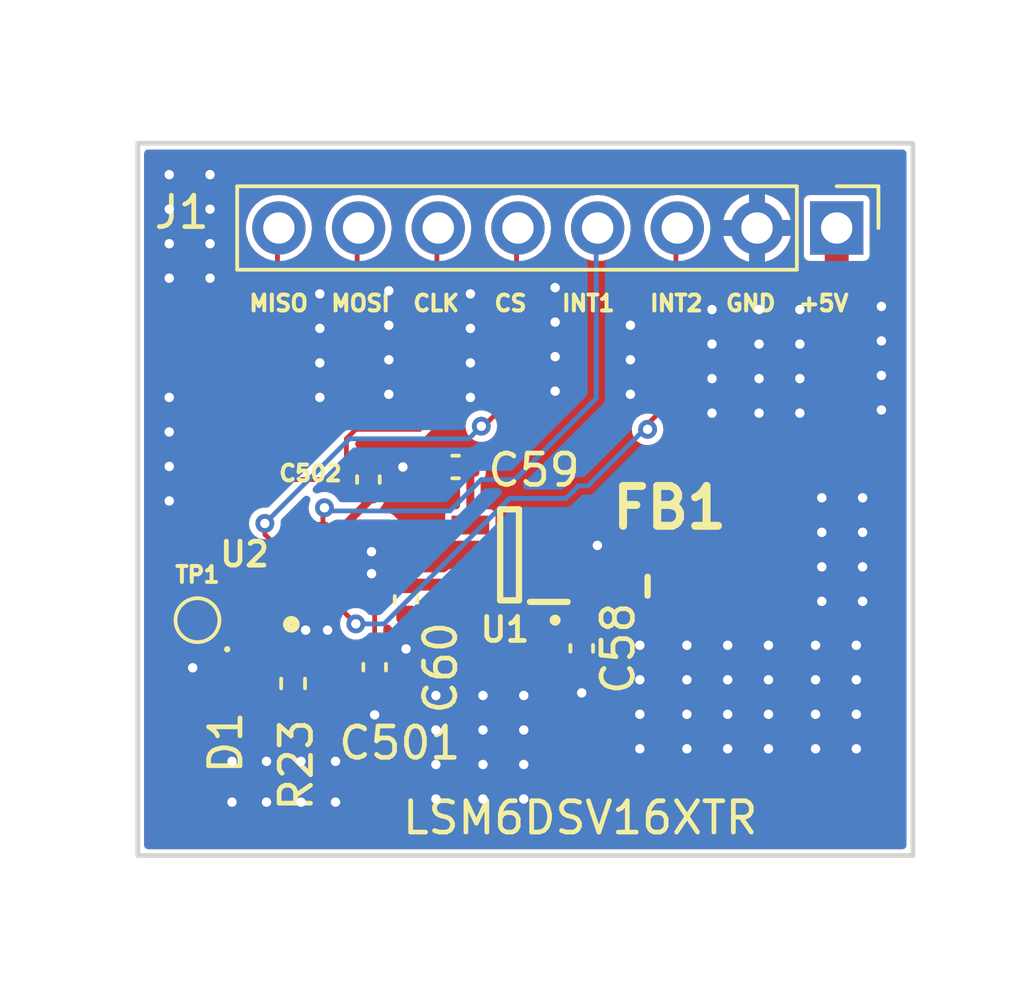
<source format=kicad_pcb>
(kicad_pcb (version 20211014) (generator pcbnew)
  (layers (0 "F.Cu" signal) (31 "B.Cu" signal) (35 "F.Paste" user) (37 "F.SilkS" user "F.Silkscreen") (39 "F.Mask" user) (44 "Edge.Cuts" user))
  (net 0 "")
  (net 1 "GND")
  (net 2 "+3V3")
  (net 3 "+5V")
  (net 4 "Net-(C59-Pad1)")
  (net 5 "IMU_INT2")
  (net 6 "IMU_INT1")
  (net 7 "LPSPI2_MISO")
  (net 8 "LPSPI2_MOSI")
  (net 9 "LPSPI2_CLK")
  (net 10 "LPSPI2_CS")
  (net 13 "/POWER/Vf")
  (net 14 "Net-(D1-Pad2)")
  (footprint "Connector_PinHeader_2.54mm:PinHeader_1x08_P2.54mm_Vertical" (layer "F.Cu") (at 142.03258 81.38382 -90)
    (fp_text reference "J1" (at -0.5 20.875 180) (layer "F.SilkS"))
    (fp_text value "Conn_01x08_Male" hide)
    (fp_line (start -1.33 1.27) (end -1.33 19.11) (layer "F.SilkS") (width 0.12))
    (fp_line (start -1.33 1.27) (end 1.33 1.27) (layer "F.SilkS") (width 0.12))
    (fp_line (start -1.33 0) (end -1.33 -1.33) (layer "F.SilkS") (width 0.12))
    (fp_line (start -1.33 19.11) (end 1.33 19.11) (layer "F.SilkS") (width 0.12))
    (fp_line (start -1.33 -1.33) (end 0 -1.33) (layer "F.SilkS") (width 0.12))
    (fp_line (start 1.33 1.27) (end 1.33 19.11) (layer "F.SilkS") (width 0.12))
    (pad "1" thru_hole rect (at 0 0 270) (size 1.7 1.7) (drill 1) (layers *.Cu *.Mask) (net 3 "+5V"))
    (pad "2" thru_hole oval (at 0 2.54 270) (size 1.7 1.7) (drill 1) (layers *.Cu *.Mask) (net 1 "GND"))
    (pad "3" thru_hole oval (at 0 5.08 270) (size 1.7 1.7) (drill 1) (layers *.Cu *.Mask) (net 6 "IMU_INT1"))
    (pad "4" thru_hole oval (at 0 7.62 270) (size 1.7 1.7) (drill 1) (layers *.Cu *.Mask) (net 5 "IMU_INT2"))
    (pad "5" thru_hole oval (at 0 10.16 270) (size 1.7 1.7) (drill 1) (layers *.Cu *.Mask) (net 10 "LPSPI2_CS"))
    (pad "6" thru_hole oval (at 0 12.7 270) (size 1.7 1.7) (drill 1) (layers *.Cu *.Mask) (net 9 "LPSPI2_CLK"))
    (pad "7" thru_hole oval (at 0 15.24 270) (size 1.7 1.7) (drill 1) (layers *.Cu *.Mask) (net 8 "LPSPI2_MOSI"))
    (pad "8" thru_hole oval (at 0 17.78 270) (size 1.7 1.7) (drill 1) (layers *.Cu *.Mask) (net 7 "LPSPI2_MISO"))
  )
  (footprint "Fiducial:Fiducial_0.75mm_Mask1.5mm" (layer "F.Cu") (at 142.05758 99.48382)
    (fp_text reference "FID1" hide)
    (fp_text value "Fiducial")
    (pad "" smd circle (at 0 0) (size 0.75 0.75) (layers "F.Cu" "F.Mask") (clearance 0.375))
  )
  (footprint "Capacitor_SMD:C_0402_1005Metric" (layer "F.Cu") (at 133.905078 94.781321 -90)
    (fp_text reference "C58" (at 0 -1.16 90) (layer "F.SilkS"))
    (fp_text value "1u")
    (fp_line (start -0.107836 0.36) (end 0.107836 0.36) (layer "F.SilkS") (width 0.12))
    (fp_line (start -0.107836 -0.36) (end 0.107836 -0.36) (layer "F.SilkS") (width 0.12))
    (pad "1" smd roundrect (at -0.48 0 270) (size 0.56 0.62) (layers "F.Cu" "F.Paste" "F.Mask") (net 13 "/POWER/Vf"))
    (pad "2" smd roundrect (at 0.48 0 270) (size 0.56 0.62) (layers "F.Cu" "F.Paste" "F.Mask") (net 1 "GND"))
  )
  (footprint "Capacitor_SMD:C_0402_1005Metric" (layer "F.Cu") (at 128.305078 93.221321 -90)
    (fp_text reference "C60" (at 2.18 -1.1 90) (layer "F.SilkS"))
    (fp_text value "1u")
    (fp_line (start -0.107836 -0.36) (end 0.107836 -0.36) (layer "F.SilkS") (width 0.12))
    (fp_line (start -0.107836 0.36) (end 0.107836 0.36) (layer "F.SilkS") (width 0.12))
    (pad "1" smd roundrect (at -0.48 0 270) (size 0.56 0.62) (layers "F.Cu" "F.Paste" "F.Mask") (net 2 "+3V3"))
    (pad "2" smd roundrect (at 0.48 0 270) (size 0.56 0.62) (layers "F.Cu" "F.Paste" "F.Mask") (net 1 "GND"))
  )
  (footprint "Capacitor_SMD:C_0402_1005Metric" (layer "F.Cu") (at 127.105078 89.401321 90)
    (fp_text reference "C502" (at 0.200001 -1.847498 180) (layer "F.SilkS") (effects (font (size 0.508 0.508) (thickness 0.127))))
    (fp_text value "0u1")
    (fp_line (start -0.107836 -0.36) (end 0.107836 -0.36) (layer "F.SilkS") (width 0.12))
    (fp_line (start -0.107836 0.36) (end 0.107836 0.36) (layer "F.SilkS") (width 0.12))
    (pad "1" smd roundrect (at -0.48 0 90) (size 0.56 0.62) (layers "F.Cu" "F.Paste" "F.Mask") (net 2 "+3V3"))
    (pad "2" smd roundrect (at 0.48 0 90) (size 0.56 0.62) (layers "F.Cu" "F.Paste" "F.Mask") (net 1 "GND"))
  )
  (footprint "1024 Library:SOT95P280X145-5N" (layer "F.Cu") (at 131.605078 91.801321 180)
    (fp_text reference "U1" (at 0.147498 -2.382499) (layer "F.SilkS") (effects (font (size 0.762 0.762) (thickness 0.1524))))
    (fp_text value "MIC5219-3.3YM5-TR" hide)
    (fp_line (start 0.3 -1.45) (end 0.3 1.45) (layer "F.SilkS") (width 0.2))
    (fp_line (start -1.85 -1.5) (end -0.65 -1.5) (layer "F.SilkS") (width 0.2))
    (fp_line (start -0.3 -1.45) (end 0.3 -1.45) (layer "F.SilkS") (width 0.2))
    (fp_line (start -0.3 1.45) (end -0.3 -1.45) (layer "F.SilkS") (width 0.2))
    (fp_line (start 0.3 1.45) (end -0.3 1.45) (layer "F.SilkS") (width 0.2))
    (pad "1" smd rect (at -1.25 -0.95 270) (size 0.6 1.2) (layers "F.Cu" "F.Paste" "F.Mask") (net 13 "/POWER/Vf"))
    (pad "2" smd rect (at -1.25 0 270) (size 0.6 1.2) (layers "F.Cu" "F.Paste" "F.Mask") (net 1 "GND"))
    (pad "3" smd rect (at -1.25 0.95 270) (size 0.6 1.2) (layers "F.Cu" "F.Paste" "F.Mask") (net 13 "/POWER/Vf"))
    (pad "4" smd rect (at 1.25 0.95 270) (size 0.6 1.2) (layers "F.Cu" "F.Paste" "F.Mask") (net 4 "Net-(C59-Pad1)"))
    (pad "5" smd rect (at 1.25 -0.95 270) (size 0.6 1.2) (layers "F.Cu" "F.Paste" "F.Mask") (net 2 "+3V3"))
  )
  (footprint "1024 Library:BLM18AG102BH1D" (layer "F.Cu") (at 136.005078 92.801321 180)
    (fp_text reference "FB1" (at -0.7 2.5) (layer "F.SilkS") (effects (font (size 1.27 1.27) (thickness 0.254))))
    (fp_text value "120R" hide)
    (fp_line (start 0 -0.3) (end 0 0.3) (layer "F.SilkS") (width 0.2))
    (pad "1" smd rect (at -0.675 0 180) (size 0.65 0.7) (layers "F.Cu" "F.Paste" "F.Mask") (net 3 "+5V"))
    (pad "2" smd rect (at 0.675 0 180) (size 0.65 0.7) (layers "F.Cu" "F.Paste" "F.Mask") (net 13 "/POWER/Vf"))
  )
  (footprint "1024 Library:LGA-14_1" (layer "F.Cu") (at 125.405078 92.201321 90)
    (fp_text reference "U2" (at 0.417501 -2.247498 180) (layer "F.SilkS") (effects (font (size 0.762 0.762) (thickness 0.1524))))
    (fp_text value "LSM6DSV16XTR" hide)
    (fp_circle (center -1.815 -0.756) (end -1.815 -0.744) (layer "F.SilkS") (width 0.254) (fill none))
    (pad "1" smd rect (at -1.15 -0.75 180) (size 0.3 0.6) (layers "F.Cu" "F.Paste" "F.Mask") (net 7 "LPSPI2_MISO"))
    (pad "2" smd rect (at -1.15 -0.25 180) (size 0.3 0.6) (layers "F.Cu" "F.Paste" "F.Mask") (net 1 "GND"))
    (pad "3" smd rect (at -1.15 0.25 180) (size 0.3 0.6) (layers "F.Cu" "F.Paste" "F.Mask") (net 1 "GND"))
    (pad "4" smd rect (at -1.15 0.75 180) (size 0.3 0.6) (layers "F.Cu" "F.Paste" "F.Mask") (net 6 "IMU_INT1"))
    (pad "5" smd rect (at -0.5 0.9 90) (size 0.3 0.6) (layers "F.Cu" "F.Paste" "F.Mask") (net 2 "+3V3"))
    (pad "6" smd rect (at 0 0.9 90) (size 0.3 0.6) (layers "F.Cu" "F.Paste" "F.Mask") (net 1 "GND"))
    (pad "7" smd rect (at 0.5 0.9 90) (size 0.3 0.6) (layers "F.Cu" "F.Paste" "F.Mask") (net 1 "GND"))
    (pad "8" smd rect (at 1.15 0.75 180) (size 0.3 0.6) (layers "F.Cu" "F.Paste" "F.Mask") (net 2 "+3V3"))
    (pad "9" smd rect (at 1.15 0.25 180) (size 0.3 0.6) (layers "F.Cu" "F.Paste" "F.Mask") (net 5 "IMU_INT2"))
    (pad "10" smd rect (at 1.15 -0.25 180) (size 0.3 0.6) (layers "F.Cu" "F.Paste" "F.Mask"))
    (pad "11" smd rect (at 1.15 -0.75 180) (size 0.3 0.6) (layers "F.Cu" "F.Paste" "F.Mask"))
    (pad "12" smd rect (at 0.5 -0.9 90) (size 0.3 0.6) (layers "F.Cu" "F.Paste" "F.Mask") (net 10 "LPSPI2_CS"))
    (pad "13" smd rect (at 0 -0.9 90) (size 0.3 0.6) (layers "F.Cu" "F.Paste" "F.Mask") (net 9 "LPSPI2_CLK"))
    (pad "14" smd rect (at -0.5 -0.9 90) (size 0.3 0.6) (layers "F.Cu" "F.Paste" "F.Mask") (net 8 "LPSPI2_MOSI"))
  )
  (footprint "Capacitor_SMD:C_0402_1005Metric" (layer "F.Cu") (at 127.305078 95.381321 -90)
    (fp_text reference "C501" (at 2.42 -0.8 180) (layer "F.SilkS"))
    (fp_text value "0u1")
    (fp_line (start -0.107836 -0.36) (end 0.107836 -0.36) (layer "F.SilkS") (width 0.12))
    (fp_line (start -0.107836 0.36) (end 0.107836 0.36) (layer "F.SilkS") (width 0.12))
    (pad "1" smd roundrect (at -0.48 0 270) (size 0.56 0.62) (layers "F.Cu" "F.Paste" "F.Mask") (net 2 "+3V3"))
    (pad "2" smd roundrect (at 0.48 0 270) (size 0.56 0.62) (layers "F.Cu" "F.Paste" "F.Mask") (net 1 "GND"))
  )
  (footprint "Resistor_SMD:R_0402_1005Metric" (layer "F.Cu") (at 124.705078 95.901321 -90)
    (fp_text reference "R23" (at 2.6 -0.1 90) (layer "F.SilkS"))
    (fp_text value "220R")
    (fp_line (start -0.153641 0.38) (end 0.153641 0.38) (layer "F.SilkS") (width 0.12))
    (fp_line (start -0.153641 -0.38) (end 0.153641 -0.38) (layer "F.SilkS") (width 0.12))
    (pad "1" smd roundrect (at -0.51 0 270) (size 0.54 0.64) (layers "F.Cu" "F.Paste" "F.Mask") (net 2 "+3V3"))
    (pad "2" smd roundrect (at 0.51 0 270) (size 0.54 0.64) (layers "F.Cu" "F.Paste" "F.Mask") (net 14 "Net-(D1-Pad2)"))
  )
  (footprint "LED_SMD:LED_0402_1005Metric" (layer "F.Cu") (at 122.605078 95.901321 -90)
    (fp_text reference "D1" (at 1.882499 0.047498 90) (layer "F.SilkS"))
    (fp_text value "LED")
    (fp_circle (center -1.09 0) (end -1.04 0) (layer "F.SilkS") (width 0.1) (fill none))
    (pad "1" smd roundrect (at -0.485 0 270) (size 0.59 0.64) (layers "F.Cu" "F.Paste" "F.Mask") (net 1 "GND"))
    (pad "2" smd roundrect (at 0.485 0 270) (size 0.59 0.64) (layers "F.Cu" "F.Paste" "F.Mask") (net 14 "Net-(D1-Pad2)"))
  )
  (footprint "Capacitor_SMD:C_0402_1005Metric" (layer "F.Cu") (at 129.885078 89.001321 180)
    (fp_text reference "C59" (at -2.5 -0.1) (layer "F.SilkS"))
    (fp_text value "2.2u")
    (fp_line (start -0.107836 0.36) (end 0.107836 0.36) (layer "F.SilkS") (width 0.12))
    (fp_line (start -0.107836 -0.36) (end 0.107836 -0.36) (layer "F.SilkS") (width 0.12))
    (pad "1" smd roundrect (at -0.48 0 180) (size 0.56 0.62) (layers "F.Cu" "F.Paste" "F.Mask") (net 4 "Net-(C59-Pad1)"))
    (pad "2" smd roundrect (at 0.48 0 180) (size 0.56 0.62) (layers "F.Cu" "F.Paste" "F.Mask") (net 1 "GND"))
  )
  (footprint "TestPoint:TestPoint_Pad_D1.0mm" (layer "F.Cu") (at 121.65758 93.88382)
    (fp_text reference "TP1" (at 0.000013 -1.447988) (layer "F.SilkS") (effects (font (size 0.508 0.508) (thickness 0.127))))
    (fp_text value "TestPoint")
    (fp_circle (center 0 0) (end 0 0.7) (layer "F.SilkS") (width 0.12) (fill none))
    (pad "1" smd circle (at 0 0) (size 1 1) (layers "F.Cu" "F.Mask") (net 2 "+3V3"))
  )
  (footprint "Fiducial:Fiducial_0.75mm_Mask1.5mm" (layer "F.Cu") (at 121.65758 84.98382)
    (fp_text reference "FID2" hide)
    (fp_text value "Fiducial")
    (pad "" smd circle (at 0 0) (size 0.75 0.75) (layers "F.Cu" "F.Mask") (clearance 0.375))
  )
  (gr_circle (center 133.05757 93.88381) (end 133.15757 93.88381) (layer "F.SilkS") (width 0.15) (fill solid))
  (gr_poly (pts (xy 144.45758 78.68382) (xy 144.45758 101.38382) (xy 119.75758 101.38382) (xy 119.75758 78.68382)) (layer "Edge.Cuts") (width 0.15) (fill none))
  (gr_text "LSM6DSV16XTR" (at 133.857568 100.183823) (layer "F.SilkS") (effects (font (size 1 1))))
  (gr_text "MISO  MOSI  CLK   CS   INT1   INT2  GND  +5V" (at 132.85758 83.78382) (layer "F.SilkS") (effects (font (size 0.508 0.508) (thickness 0.127))))
  (segment (start 126.305069 91.70131) (end 127.205067 91.70131) (width 0.254) (layer "F.Cu") (net 1))
  (segment (start 132.680073 91.901321) (end 134.005078 91.901321) (width 0.508) (layer "F.Cu") (net 1))
  (segment (start 125.155078 94.151321) (end 125.105078 94.201321) (width 0.1524) (layer "F.Cu") (net 1))
  (segment (start 125.155078 93.351321) (end 125.155078 94.151321) (width 0.1524) (layer "F.Cu") (net 1))
  (segment (start 127.105078 88.921321) (end 128.125095 88.921321) (width 0.1524) (layer "F.Cu") (net 1))
  (segment (start 128.125095 88.921321) (end 128.20509 89.001316) (width 0.1524) (layer "F.Cu") (net 1))
  (segment (start 129.405078 89.001321) (end 128.205095 89.001321) (width 0.1524) (layer "F.Cu") (net 1))
  (segment (start 125.655078 94.051321) (end 125.805078 94.201321) (width 0.1524) (layer "F.Cu") (net 1))
  (segment (start 128.205095 89.001321) (end 128.20509 89.001316) (width 0.1524) (layer "F.Cu") (net 1))
  (segment (start 125.655078 93.351321) (end 125.655078 94.051321) (width 0.1524) (layer "F.Cu") (net 1))
  (segment (start 127.305067 95.861322) (end 127.305067 96.901325) (width 0.254) (layer "F.Cu") (net 1))
  (segment (start 128.30509 93.701332) (end 128.30509 94.801329) (width 0.381) (layer "F.Cu") (net 1))
  (segment (start 127.005067 92.201309) (end 127.205067 92.401309) (width 0.254) (layer "F.Cu") (net 1))
  (segment (start 122.590078 95.401321) (end 122.605078 95.416321) (width 0.1524) (layer "F.Cu") (net 1))
  (segment (start 133.905079 95.261323) (end 133.905079 96.201327) (width 0.508) (layer "F.Cu") (net 1))
  (segment (start 134.005078 91.901321) (end 134.405078 91.501321) (width 0.508) (layer "F.Cu") (net 1))
  (segment (start 121.505078 95.401321) (end 122.590078 95.401321) (width 0.1524) (layer "F.Cu") (net 1))
  (segment (start 126.305069 92.201309) (end 127.005067 92.201309) (width 0.254) (layer "F.Cu") (net 1))
  (via (at 137.25758 96.88382) (size 0.6) (drill 0.3) (layers "F.Cu" "B.Cu") (net 1))
  (via (at 141.55758 91.08382) (size 0.6) (drill 0.3) (layers "F.Cu" "B.Cu") (net 1))
  (via (at 139.55758 85.08382) (size 0.6) (drill 0.3) (layers "F.Cu" "B.Cu") (net 1))
  (via (at 122.75758 99.68382) (size 0.6) (drill 0.3) (layers "F.Cu" "B.Cu") (net 1))
  (via (at 130.35758 85.68382) (size 0.6) (drill 0.3) (layers "F.Cu" "B.Cu") (net 1))
  (via (at 129.257582 98.483809) (size 0.6) (drill 0.3) (layers "F.Cu" "B.Cu") (net 1))
  (via (at 140.85758 86.18382) (size 0.6) (drill 0.3) (layers "F.Cu" "B.Cu") (net 1))
  (via (at 130.35758 86.78382) (size 0.6) (drill 0.3) (layers "F.Cu" "B.Cu") (net 1))
  (via (at 123.85758 98.38382) (size 0.6) (drill 0.3) (layers "F.Cu" "B.Cu") (net 1))
  (via (at 135.45758 84.48382) (size 0.6) (drill 0.3) (layers "F.Cu" "B.Cu") (net 1))
  (via (at 133.05758 83.28382) (size 0.6) (drill 0.3) (layers "F.Cu" "B.Cu") (net 1))
  (via (at 142.65758 95.78382) (size 0.6) (drill 0.3) (layers "F.Cu" "B.Cu") (net 1))
  (via (at 137.25758 94.68382) (size 0.6) (drill 0.3) (layers "F.Cu" "B.Cu") (net 1))
  (via (at 141.35758 96.88382) (size 0.6) (drill 0.3) (layers "F.Cu" "B.Cu") (net 1))
  (via (at 127.205078 92.401321) (size 0.6) (drill 0.3) (layers "F.Cu" "B.Cu") (net 1))
  (via (at 125.55758 85.68382) (size 0.6) (drill 0.3) (layers "F.Cu" "B.Cu") (net 1))
  (via (at 139.55758 86.18382) (size 0.6) (drill 0.3) (layers "F.Cu" "B.Cu") (net 1))
  (via (at 130.75758 96.28382) (size 0.6) (drill 0.3) (layers "F.Cu" "B.Cu") (net 1))
  (via (at 141.55758 93.28382) (size 0.6) (drill 0.3) (layers "F.Cu" "B.Cu") (net 1))
  (via (at 139.857582 95.783809) (size 0.6) (drill 0.3) (layers "F.Cu" "B.Cu") (net 1))
  (via (at 122.05758 80.78382) (size 0.6) (drill 0.3) (layers "F.Cu" "B.Cu") (net 1))
  (via (at 129.257582 99.583809) (size 0.6) (drill 0.3) (layers "F.Cu" "B.Cu") (net 1))
  (via (at 139.857582 94.683809) (size 0.6) (drill 0.3) (layers "F.Cu" "B.Cu") (net 1))
  (via (at 141.35758 95.78382) (size 0.6) (drill 0.3) (layers "F.Cu" "B.Cu") (net 1))
  (via (at 128.20509 89.001316) (size 0.6) (drill 0.3) (layers "F.Cu" "B.Cu") (net 1))
  (via (at 137.25758 97.98382) (size 0.6) (drill 0.3) (layers "F.Cu" "B.Cu") (net 1))
  (via (at 139.857582 97.983809) (size 0.6) (drill 0.3) (layers "F.Cu" "B.Cu") (net 1))
  (via (at 143.45758 86.08382) (size 0.6) (drill 0.3) (layers "F.Cu" "B.Cu") (net 1))
  (via (at 130.75758 99.58382) (size 0.6) (drill 0.3) (layers "F.Cu" "B.Cu") (net 1))
  (via (at 142.65758 97.98382) (size 0.6) (drill 0.3) (layers "F.Cu" "B.Cu") (net 1))
  (via (at 138.55758 97.98382) (size 0.6) (drill 0.3) (layers "F.Cu" "B.Cu") (net 1))
  (via (at 124.95758 98.38382) (size 0.6) (drill 0.3) (layers "F.Cu" "B.Cu") (net 1))
  (via (at 129.257582 97.383809) (size 0.6) (drill 0.3) (layers "F.Cu" "B.Cu") (net 1))
  (via (at 127.205067 91.701321) (size 0.6) (drill 0.3) (layers "F.Cu" "B.Cu") (net 1))
  (via (at 125.105078 94.201321) (size 0.6) (drill 0.3) (layers "F.Cu" "B.Cu") (net 1))
  (via (at 125.55758 83.48382) (size 0.6) (drill 0.3) (layers "F.Cu" "B.Cu") (net 1))
  (via (at 138.55758 96.88382) (size 0.6) (drill 0.3) (layers "F.Cu" "B.Cu") (net 1))
  (via (at 127.305078 96.901321) (size 0.6) (drill 0.3) (layers "F.Cu" "B.Cu") (net 1))
  (via (at 135.757582 94.683809) (size 0.6) (drill 0.3) (layers "F.Cu" "B.Cu") (net 1))
  (via (at 125.55758 84.58382) (size 0.6) (drill 0.3) (layers "F.Cu" "B.Cu") (net 1))
  (via (at 141.35758 97.98382) (size 0.6) (drill 0.3) (layers "F.Cu" "B.Cu") (net 1))
  (via (at 135.45758 86.68382) (size 0.6) (drill 0.3) (layers "F.Cu" "B.Cu") (net 1))
  (via (at 142.85758 89.98382) (size 0.6) (drill 0.3) (layers "F.Cu" "B.Cu") (net 1))
  (via (at 140.85758 87.28382) (size 0.6) (drill 0.3) (layers "F.Cu" "B.Cu") (net 1))
  (via (at 120.75758 79.68382) (size 0.6) (drill 0.3) (layers "F.Cu" "B.Cu") (net 1))
  (via (at 130.75758 97.38382) (size 0.6) (drill 0.3) (layers "F.Cu" "B.Cu") (net 1))
  (via (at 138.55758 94.68382) (size 0.6) (drill 0.3) (layers "F.Cu" "B.Cu") (net 1))
  (via (at 120.75758 87.88382) (size 0.6) (drill 0.3) (layers "F.Cu" "B.Cu") (net 1))
  (via (at 132.05758 99.58382) (size 0.6) (drill 0.3) (layers "F.Cu" "B.Cu") (net 1))
  (via (at 122.05758 79.68382) (size 0.6) (drill 0.3) (layers "F.Cu" "B.Cu") (net 1))
  (via (at 133.905078 96.201327) (size 0.6) (drill 0.3) (layers "F.Cu" "B.Cu") (net 1))
  (via (at 127.75758 83.38382) (size 0.6) (drill 0.3) (layers "F.Cu" "B.Cu") (net 1))
  (via (at 138.057582 85.083809) (size 0.6) (drill 0.3) (layers "F.Cu" "B.Cu") (net 1))
  (via (at 130.35758 83.48382) (size 0.6) (drill 0.3) (layers "F.Cu" "B.Cu") (net 1))
  (via (at 133.05758 86.58382) (size 0.6) (drill 0.3) (layers "F.Cu" "B.Cu") (net 1))
  (via (at 139.55758 83.98382) (size 0.6) (drill 0.3) (layers "F.Cu" "B.Cu") (net 1))
  (via (at 120.75758 90.08382) (size 0.6) (drill 0.3) (layers "F.Cu" "B.Cu") (net 1))
  (via (at 126.05758 98.38382) (size 0.6) (drill 0.3) (layers "F.Cu" "B.Cu") (net 1))
  (via (at 138.057582 83.983809) (size 0.6) (drill 0.3) (layers "F.Cu" "B.Cu") (net 1))
  (via (at 135.757582 96.883809) (size 0.6) (drill 0.3) (layers "F.Cu" "B.Cu") (net 1))
  (via (at 142.65758 94.68382) (size 0.6) (drill 0.3) (layers "F.Cu" "B.Cu") (net 1))
  (via (at 122.75758 98.38382) (size 0.6) (drill 0.3) (layers "F.Cu" "B.Cu") (net 1))
  (via (at 120.75758 86.78382) (size 0.6) (drill 0.3) (layers "F.Cu" "B.Cu") (net 1))
  (via (at 139.857582 96.883809) (size 0.6) (drill 0.3) (layers "F.Cu" "B.Cu") (net 1))
  (via (at 137.25758 95.78382) (size 0.6) (drill 0.3) (layers "F.Cu" "B.Cu") (net 1))
  (via (at 133.05758 84.38382) (size 0.6) (drill 0.3) (layers "F.Cu" "B.Cu") (net 1))
  (via (at 142.85758 93.28382) (size 0.6) (drill 0.3) (layers "F.Cu" "B.Cu") (net 1))
  (via (at 142.85758 92.18382) (size 0.6) (drill 0.3) (layers "F.Cu" "B.Cu") (net 1))
  (via (at 142.65758 96.88382) (size 0.6) (drill 0.3) (layers "F.Cu" "B.Cu") (net 1))
  (via (at 121.505078 95.401321) (size 0.6) (drill 0.3) (layers "F.Cu" "B.Cu") (net 1))
  (via (at 133.05758 85.48382) (size 0.6) (drill 0.3) (layers "F.Cu" "B.Cu") (net 1))
  (via (at 141.55758 89.98382) (size 0.6) (drill 0.3) (layers "F.Cu" "B.Cu") (net 1))
  (via (at 120.75758 81.88382) (size 0.6) (drill 0.3) (layers "F.Cu" "B.Cu") (net 1))
  (via (at 120.75758 82.98382) (size 0.6) (drill 0.3) (layers "F.Cu" "B.Cu") (net 1))
  (via (at 135.757582 95.783809) (size 0.6) (drill 0.3) (layers "F.Cu" "B.Cu") (net 1))
  (via (at 127.75758 84.48382) (size 0.6) (drill 0.3) (layers "F.Cu" "B.Cu") (net 1))
  (via (at 134.405078 91.501321) (size 0.6) (drill 0.3) (layers "F.Cu" "B.Cu") (net 1))
  (via (at 125.805078 94.201321) (size 0.6) (drill 0.3) (layers "F.Cu" "B.Cu") (net 1))
  (via (at 135.45758 85.58382) (size 0.6) (drill 0.3) (layers "F.Cu" "B.Cu") (net 1))
  (via (at 120.75758 88.98382) (size 0.6) (drill 0.3) (layers "F.Cu" "B.Cu") (net 1))
  (via (at 143.45758 84.98382) (size 0.6) (drill 0.3) (layers "F.Cu" "B.Cu") (net 1))
  (via (at 129.257582 96.283809) (size 0.6) (drill 0.3) (layers "F.Cu" "B.Cu") (net 1))
  (via (at 132.05758 98.48382) (size 0.6) (drill 0.3) (layers "F.Cu" "B.Cu") (net 1))
  (via (at 142.85758 91.08382) (size 0.6) (drill 0.3) (layers "F.Cu" "B.Cu") (net 1))
  (via (at 125.55758 86.78382) (size 0.6) (drill 0.3) (layers "F.Cu" "B.Cu") (net 1))
  (via (at 123.85758 99.68382) (size 0.6) (drill 0.3) (layers "F.Cu" "B.Cu") (net 1))
  (via (at 124.95758 99.68382) (size 0.6) (drill 0.3) (layers "F.Cu" "B.Cu") (net 1))
  (via (at 130.75758 98.48382) (size 0.6) (drill 0.3) (layers "F.Cu" "B.Cu") (net 1))
  (via (at 140.85758 83.98382) (size 0.6) (drill 0.3) (layers "F.Cu" "B.Cu") (net 1))
  (via (at 120.75758 80.78382) (size 0.6) (drill 0.3) (layers "F.Cu" "B.Cu") (net 1))
  (via (at 126.05758 99.68382) (size 0.6) (drill 0.3) (layers "F.Cu" "B.Cu") (net 1))
  (via (at 139.55758 87.28382) (size 0.6) (drill 0.3) (layers "F.Cu" "B.Cu") (net 1))
  (via (at 138.55758 95.78382) (size 0.6) (drill 0.3) (layers "F.Cu" "B.Cu") (net 1))
  (via (at 143.45758 83.88382) (size 0.6) (drill 0.3) (layers "F.Cu" "B.Cu") (net 1))
  (via (at 141.55758 92.18382) (size 0.6) (drill 0.3) (layers "F.Cu" "B.Cu") (net 1))
  (via (at 128.305078 94.801321) (size 0.6) (drill 0.3) (layers "F.Cu" "B.Cu") (net 1))
  (via (at 138.057582 86.183809) (size 0.6) (drill 0.3) (layers "F.Cu" "B.Cu") (net 1))
  (via (at 141.35758 94.68382) (size 0.6) (drill 0.3) (layers "F.Cu" "B.Cu") (net 1))
  (via (at 122.05758 82.98382) (size 0.6) (drill 0.3) (layers "F.Cu" "B.Cu") (net 1))
  (via (at 143.45758 87.18382) (size 0.6) (drill 0.3) (layers "F.Cu" "B.Cu") (net 1))
  (via (at 132.05758 97.38382) (size 0.6) (drill 0.3) (layers "F.Cu" "B.Cu") (net 1))
  (via (at 135.757582 97.983809) (size 0.6) (drill 0.3) (layers "F.Cu" "B.Cu") (net 1))
  (via (at 127.75758 85.58382) (size 0.6) (drill 0.3) (layers "F.Cu" "B.Cu") (net 1))
  (via (at 122.05758 81.88382) (size 0.6) (drill 0.3) (layers "F.Cu" "B.Cu") (net 1))
  (via (at 130.35758 84.58382) (size 0.6) (drill 0.3) (layers "F.Cu" "B.Cu") (net 1))
  (via (at 127.75758 86.68382) (size 0.6) (drill 0.3) (layers "F.Cu" "B.Cu") (net 1))
  (via (at 140.85758 85.08382) (size 0.6) (drill 0.3) (layers "F.Cu" "B.Cu") (net 1))
  (via (at 138.057582 87.283809) (size 0.6) (drill 0.3) (layers "F.Cu" "B.Cu") (net 1))
  (via (at 132.05758 96.28382) (size 0.6) (drill 0.3) (layers "F.Cu" "B.Cu") (net 1))
  (segment (start 128.305078 92.741321) (end 128.065078 92.741321) (width 0.1524) (layer "F.Cu") (net 2))
  (segment (start 128.30509 91.401333) (end 127.705078 90.801321) (width 0.254) (layer "F.Cu") (net 2))
  (segment (start 127.105067 90.101313) (end 126.155082 91.051324) (width 0.254) (layer "F.Cu") (net 2))
  (segment (start 126.040083 94.901309) (end 127.305079 94.901309) (width 0.254) (layer "F.Cu") (net 2))
  (segment (start 126.705068 93.201333) (end 126.90509 93.201333) (width 0.254) (layer "F.Cu") (net 2))
  (segment (start 127.305067 93.601332) (end 126.905093 93.201333) (width 0.1524) (layer "F.Cu") (net 2))
  (segment (start 127.305067 94.901329) (end 127.305067 93.601332) (width 0.1524) (layer "F.Cu") (net 2))
  (segment (start 126.4621 92.701321) (end 126.305078 92.701321) (width 0.1524) (layer "F.Cu") (net 2))
  (segment (start 126.5637 92.701321) (end 126.705068 92.842689) (width 0.254) (layer "F.Cu") (net 2))
  (segment (start 126.705068 92.842689) (end 126.705068 93.201333) (width 0.254) (layer "F.Cu") (net 2))
  (segment (start 125.550066 95.391326) (end 126.040083 94.901309) (width 0.254) (layer "F.Cu") (net 2))
  (segment (start 122.85758 93.88382) (end 124.365081 95.391321) (width 0.1524) (layer "F.Cu") (net 2))
  (segment (start 126.405078 90.801321) (end 126.155078 91.051321) (width 0.254) (layer "F.Cu") (net 2))
  (segment (start 130.355073 92.751321) (end 128.315072 92.751321) (width 0.381) (layer "F.Cu") (net 2))
  (segment (start 124.365081 95.391321) (end 124.705078 95.391321) (width 0.1524) (layer "F.Cu") (net 2))
  (segment (start 127.605066 93.201333) (end 127.205067 93.201333) (width 0.254) (layer "F.Cu") (net 2))
  (segment (start 128.30509 92.741313) (end 128.30509 91.401333) (width 0.254) (layer "F.Cu") (net 2))
  (segment (start 128.065085 92.741313) (end 127.605066 93.201333) (width 0.254) (layer "F.Cu") (net 2))
  (segment (start 128.315078 92.751321) (end 128.305078 92.741321) (width 0.1524) (layer "F.Cu") (net 2))
  (segment (start 121.65758 93.88382) (end 122.85758 93.88382) (width 0.1524) (layer "F.Cu") (net 2))
  (segment (start 124.705085 95.391326) (end 125.550066 95.391326) (width 0.254) (layer "F.Cu") (net 2))
  (segment (start 127.105078 89.881321) (end 127.105078 90.101321) (width 0.1524) (layer "F.Cu") (net 2))
  (segment (start 126.305078 92.701321) (end 126.5637 92.701321) (width 0.254) (layer "F.Cu") (net 2))
  (segment (start 126.90509 93.201333) (end 127.205067 93.201333) (width 0.254) (layer "F.Cu") (net 2))
  (segment (start 127.705078 90.801321) (end 126.405078 90.801321) (width 0.254) (layer "F.Cu") (net 2))
  (segment (start 137.205078 92.801321) (end 142.03258 87.973819) (width 0.762) (layer "F.Cu") (net 3))
  (segment (start 136.680078 92.801321) (end 137.205078 92.801321) (width 0.762) (layer "F.Cu") (net 3))
  (segment (start 142.03258 87.973819) (end 142.03258 81.38382) (width 0.762) (layer "F.Cu") (net 3))
  (segment (start 130.355073 89.071318) (end 130.355073 90.851325) (width 0.254) (layer "F.Cu") (net 4))
  (segment (start 125.655078 91.051321) (end 125.655078 90.351321) (width 0.1524) (layer "F.Cu") (net 5))
  (segment (start 125.655078 90.351321) (end 125.705078 90.301321) (width 0.1524) (layer "F.Cu") (net 5))
  (via (at 125.705078 90.301321) (size 0.6) (drill 0.3) (layers "F.Cu" "B.Cu") (net 5))
  (segment (start 134.36758 81.54882) (end 134.36758 86.81382) (width 0.1524) (layer "B.Cu") (net 5))
  (segment (start 125.805078 90.401321) (end 125.705078 90.301321) (width 0.1524) (layer "B.Cu") (net 5))
  (segment (start 130.705078 89.401321) (end 129.705078 90.401321) (width 0.1524) (layer "B.Cu") (net 5))
  (segment (start 131.780078 89.401321) (end 130.705078 89.401321) (width 0.1524) (layer "B.Cu") (net 5))
  (segment (start 134.36758 86.81382) (end 131.780078 89.401321) (width 0.1524) (layer "B.Cu") (net 5))
  (segment (start 129.705078 90.401321) (end 125.805078 90.401321) (width 0.1524) (layer "B.Cu") (net 5))
  (segment (start 136.90758 86.73382) (end 136.005075 87.636325) (width 0.1524) (layer "F.Cu") (net 6))
  (segment (start 136.005075 87.636325) (end 136.005075 87.801318) (width 0.1524) (layer "F.Cu") (net 6))
  (segment (start 126.155078 93.351321) (end 126.155078 93.451341) (width 0.1524) (layer "F.Cu") (net 6))
  (segment (start 136.90758 81.54882) (end 136.90758 86.73382) (width 0.1524) (layer "F.Cu") (net 6))
  (segment (start 126.155078 93.451341) (end 126.705068 94.001331) (width 0.1524) (layer "F.Cu") (net 6))
  (via (at 126.705068 94.001331) (size 0.6) (drill 0.3) (layers "F.Cu" "B.Cu") (net 6))
  (via (at 136.005075 87.801318) (size 0.6) (drill 0.3) (layers "F.Cu" "B.Cu") (net 6))
  (segment (start 134.120078 89.601321) (end 133.805078 89.601321) (width 0.1524) (layer "B.Cu") (net 6))
  (segment (start 135.905081 87.801318) (end 134.120078 89.586321) (width 0.1524) (layer "B.Cu") (net 6))
  (segment (start 133.805078 89.601321) (end 133.405078 90.001321) (width 0.1524) (layer "B.Cu") (net 6))
  (segment (start 136.005075 87.801318) (end 135.905081 87.801318) (width 0.1524) (layer "B.Cu") (net 6))
  (segment (start 134.120078 89.586321) (end 134.120078 89.601321) (width 0.1524) (layer "B.Cu") (net 6))
  (segment (start 133.405078 90.001321) (end 131.605078 90.001321) (width 0.1524) (layer "B.Cu") (net 6))
  (segment (start 131.605078 90.001321) (end 127.605068 94.001331) (width 0.1524) (layer "B.Cu") (net 6))
  (segment (start 127.605068 94.001331) (end 126.705068 94.001331) (width 0.1524) (layer "B.Cu") (net 6))
  (segment (start 121.505078 88.701321) (end 123.49008 86.71632) (width 0.1524) (layer "F.Cu") (net 7))
  (segment (start 124.20758 85.99882) (end 124.20758 81.54882) (width 0.1524) (layer "F.Cu") (net 7))
  (segment (start 123.49008 86.71632) (end 124.20758 85.99882) (width 0.1524) (layer "F.Cu") (net 7))
  (segment (start 123.188784 93.351321) (end 121.505078 91.667615) (width 0.1524) (layer "F.Cu") (net 7))
  (segment (start 121.505078 91.667615) (end 121.505078 88.701321) (width 0.1524) (layer "F.Cu") (net 7))
  (segment (start 124.655078 93.351321) (end 123.188784 93.351321) (width 0.1524) (layer "F.Cu") (net 7))
  (segment (start 122.405078 88.901321) (end 122.405078 92.101321) (width 0.1524) (layer "F.Cu") (net 8))
  (segment (start 122.405078 92.101321) (end 123.005078 92.701321) (width 0.1524) (layer "F.Cu") (net 8))
  (segment (start 123.005078 92.701321) (end 124.505078 92.701321) (width 0.1524) (layer "F.Cu") (net 8))
  (segment (start 124.540079 88.901321) (end 126.74758 86.69382) (width 0.1524) (layer "F.Cu") (net 8))
  (segment (start 124.540079 88.901321) (end 122.405078 88.901321) (width 0.1524) (layer "F.Cu") (net 8))
  (segment (start 126.74758 86.69382) (end 126.74758 81.54882) (width 0.1524) (layer "F.Cu") (net 8))
  (segment (start 123.205078 91.501321) (end 123.205078 90.301321) (width 0.1524) (layer "F.Cu") (net 9))
  (segment (start 123.205078 90.301321) (end 124.105078 89.401321) (width 0.1524) (layer "F.Cu") (net 9))
  (segment (start 129.28758 87.25382) (end 128.740079 87.801321) (width 0.1524) (layer "F.Cu") (net 9))
  (segment (start 126.705078 87.801321) (end 128.640079 87.801321) (width 0.1524) (layer "F.Cu") (net 9))
  (segment (start 129.28758 81.54882) (end 129.28758 87.25382) (width 0.1524) (layer "F.Cu") (net 9))
  (segment (start 126.405078 88.101321) (end 126.705078 87.801321) (width 0.1524) (layer "F.Cu") (net 9))
  (segment (start 126.405078 88.901321) (end 126.405078 88.101321) (width 0.1524) (layer "F.Cu") (net 9))
  (segment (start 124.505078 92.201321) (end 123.905078 92.201321) (width 0.1524) (layer "F.Cu") (net 9))
  (segment (start 128.740079 87.801321) (end 128.640079 87.801321) (width 0.1524) (layer "F.Cu") (net 9))
  (segment (start 124.105078 89.401321) (end 125.905078 89.401321) (width 0.1524) (layer "F.Cu") (net 9))
  (segment (start 123.905078 92.201321) (end 123.205078 91.501321) (width 0.1524) (layer "F.Cu") (net 9))
  (segment (start 125.905078 89.401321) (end 126.405078 88.901321) (width 0.1524) (layer "F.Cu") (net 9))
  (segment (start 130.780082 87.701318) (end 130.705085 87.701318) (width 0.1524) (layer "F.Cu") (net 10))
  (segment (start 123.805074 91.151317) (end 124.355078 91.701321) (width 0.1524) (layer "F.Cu") (net 10))
  (segment (start 131.82758 81.54882) (end 131.82758 86.65382) (width 0.1524) (layer "F.Cu") (net 10))
  (segment (start 123.805074 90.801312) (end 123.805074 91.151317) (width 0.1524) (layer "F.Cu") (net 10))
  (segment (start 131.82758 86.65382) (end 130.780082 87.701318) (width 0.1524) (layer "F.Cu") (net 10))
  (segment (start 124.355078 91.701321) (end 124.505078 91.701321) (width 0.1524) (layer "F.Cu") (net 10))
  (via (at 123.805074 90.801312) (size 0.6) (drill 0.3) (layers "F.Cu" "B.Cu") (net 10))
  (via (at 130.705085 87.701318) (size 0.6) (drill 0.3) (layers "F.Cu" "B.Cu") (net 10))
  (segment (start 126.505065 88.101321) (end 123.805074 90.801312) (width 0.1524) (layer "B.Cu") (net 10))
  (segment (start 130.705085 87.701318) (end 130.305082 88.101321) (width 0.1524) (layer "B.Cu") (net 10))
  (segment (start 130.305082 88.101321) (end 126.505065 88.101321) (width 0.1524) (layer "B.Cu") (net 10))
  (segment (start 133.90509 94.301309) (end 133.905078 94.301321) (width 0.508) (layer "F.Cu") (net 13))
  (segment (start 135.330078 91.526321) (end 134.655078 90.851321) (width 0.1524) (layer "F.Cu") (net 13))
  (segment (start 133.90509 92.801333) (end 132.905081 92.801333) (width 0.508) (layer "F.Cu") (net 13))
  (segment (start 135.33007 92.801333) (end 133.90509 92.801333) (width 0.508) (layer "F.Cu") (net 13))
  (segment (start 133.90509 92.801333) (end 133.90509 94.301309) (width 0.508) (layer "F.Cu") (net 13))
  (segment (start 132.855078 90.851321) (end 134.655078 90.851321) (width 0.1524) (layer "F.Cu") (net 13))
  (segment (start 132.905078 92.801321) (end 132.855078 92.751321) (width 0.1524) (layer "F.Cu") (net 13))
  (segment (start 135.330078 92.801321) (end 135.330078 91.526321) (width 0.1524) (layer "F.Cu") (net 13))
  (segment (start 122.605078 96.386321) (end 124.680078 96.386321) (width 0.1524) (layer "F.Cu") (net 14))
  (segment (start 124.680078 96.386321) (end 124.705078 96.411321) (width 0.1524) (layer "F.Cu") (net 14))
  (zone (net 1) (net_name "GND") (layers F&B.Cu) (connect_pads (clearance 0.2)) (min_thickness 0.254) (fill yes (thermal_gap 0.254) (thermal_bridge_width 0.508))
    (polygon (pts (xy 115.763423 74.116394) (xy 115.363423 106.116394) (xy 148.013459 106.154373) (xy 147.613459 74.154373)))
  )
)
</source>
